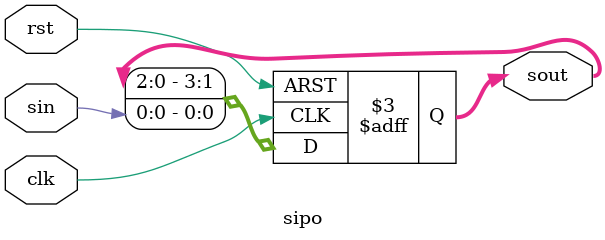
<source format=v>
module sipo(clk,rst,sin,sout);
input wire clk,rst;
input wire sin;
output reg[3:0]sout;

always @(posedge clk or negedge rst) 
begin
if (rst==1'b0) begin
    sout <= 4'b0000;
end
else begin
    sout <= {sout[2:0],sin};
end
end
endmodule

</source>
